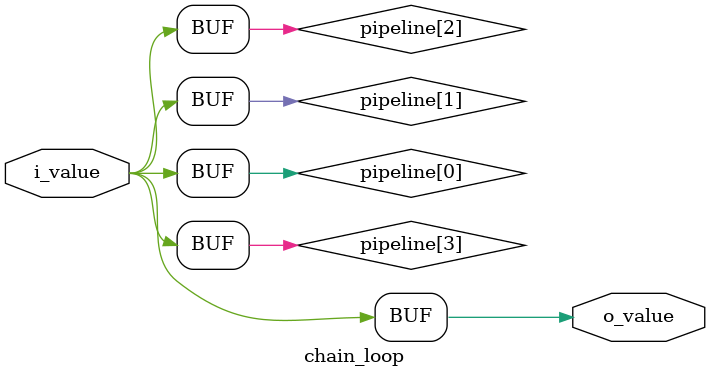
<source format=sv>
module chain_loop (
  input logic i_value,
  output logic o_value
);

  parameter p_stages = 4;

  logic pipeline [p_stages-1:0];

  assign pipeline[0] = i_value;

  always_comb begin
    for (int i=1; i<p_stages; i++) begin
      pipeline[i] = pipeline[i-1];
    end
  end

  assign o_value = pipeline[p_stages-1];

endmodule

</source>
